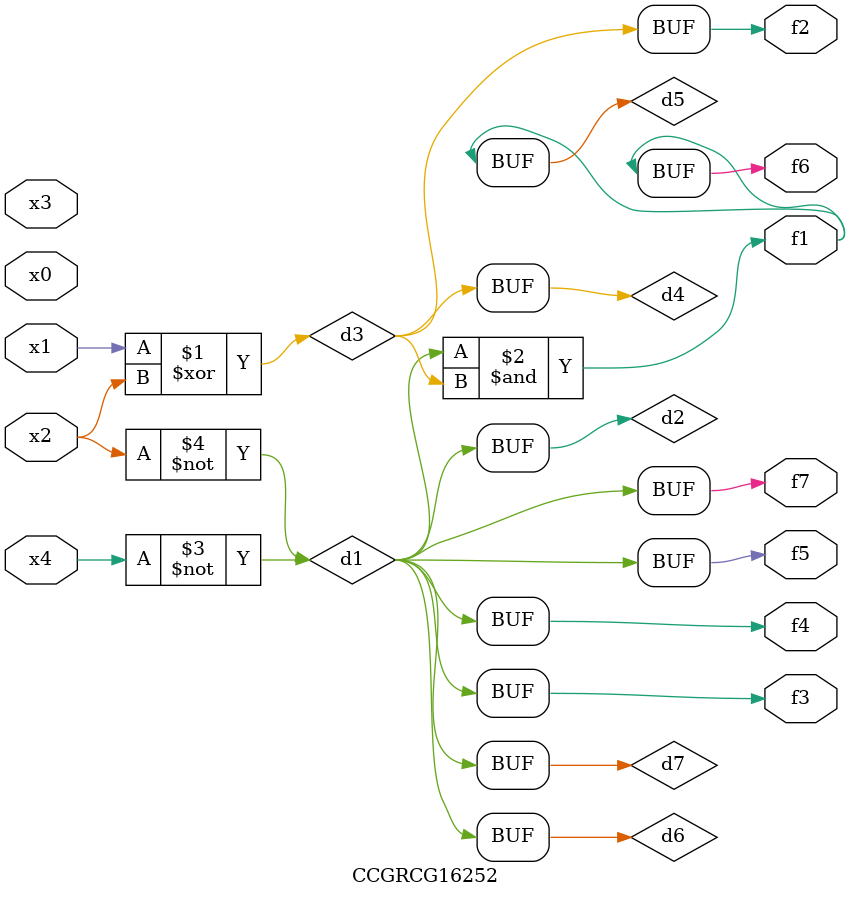
<source format=v>
module CCGRCG16252(
	input x0, x1, x2, x3, x4,
	output f1, f2, f3, f4, f5, f6, f7
);

	wire d1, d2, d3, d4, d5, d6, d7;

	not (d1, x4);
	not (d2, x2);
	xor (d3, x1, x2);
	buf (d4, d3);
	and (d5, d1, d3);
	buf (d6, d1, d2);
	buf (d7, d2);
	assign f1 = d5;
	assign f2 = d4;
	assign f3 = d7;
	assign f4 = d7;
	assign f5 = d7;
	assign f6 = d5;
	assign f7 = d7;
endmodule

</source>
